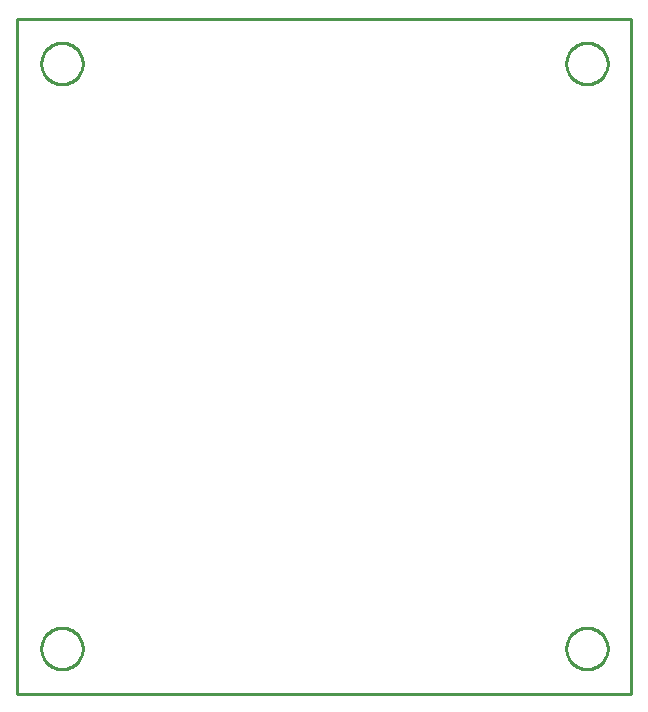
<source format=gbr>
G04 EAGLE Gerber X2 export*
%TF.Part,Single*%
%TF.FileFunction,Profile,NP*%
%TF.FilePolarity,Positive*%
%TF.GenerationSoftware,Autodesk,EAGLE,9.0.1*%
%TF.CreationDate,2018-06-20T13:34:44Z*%
G75*
%MOMM*%
%FSLAX34Y34*%
%LPD*%
%AMOC8*
5,1,8,0,0,1.08239X$1,22.5*%
G01*
%ADD10C,0.254000*%


D10*
X0Y0D02*
X519940Y0D01*
X519940Y571400D01*
X0Y571400D01*
X0Y0D01*
X55601Y37527D02*
X55526Y36384D01*
X55376Y35248D01*
X55153Y34124D01*
X54856Y33017D01*
X54488Y31932D01*
X54049Y30874D01*
X53542Y29846D01*
X52970Y28854D01*
X52333Y27901D01*
X51635Y26992D01*
X50880Y26130D01*
X50070Y25320D01*
X49208Y24565D01*
X48299Y23867D01*
X47346Y23231D01*
X46354Y22658D01*
X45327Y22151D01*
X44268Y21712D01*
X43183Y21344D01*
X42076Y21047D01*
X40952Y20824D01*
X39816Y20674D01*
X38673Y20599D01*
X37527Y20599D01*
X36384Y20674D01*
X35248Y20824D01*
X34124Y21047D01*
X33017Y21344D01*
X31932Y21712D01*
X30874Y22151D01*
X29846Y22658D01*
X28854Y23231D01*
X27901Y23867D01*
X26992Y24565D01*
X26130Y25320D01*
X25320Y26130D01*
X24565Y26992D01*
X23867Y27901D01*
X23231Y28854D01*
X22658Y29846D01*
X22151Y30874D01*
X21712Y31932D01*
X21344Y33017D01*
X21047Y34124D01*
X20824Y35248D01*
X20674Y36384D01*
X20599Y37527D01*
X20599Y38673D01*
X20674Y39816D01*
X20824Y40952D01*
X21047Y42076D01*
X21344Y43183D01*
X21712Y44268D01*
X22151Y45327D01*
X22658Y46354D01*
X23231Y47346D01*
X23867Y48299D01*
X24565Y49208D01*
X25320Y50070D01*
X26130Y50880D01*
X26992Y51635D01*
X27901Y52333D01*
X28854Y52970D01*
X29846Y53542D01*
X30874Y54049D01*
X31932Y54488D01*
X33017Y54856D01*
X34124Y55153D01*
X35248Y55376D01*
X36384Y55526D01*
X37527Y55601D01*
X38673Y55601D01*
X39816Y55526D01*
X40952Y55376D01*
X42076Y55153D01*
X43183Y54856D01*
X44268Y54488D01*
X45327Y54049D01*
X46354Y53542D01*
X47346Y52970D01*
X48299Y52333D01*
X49208Y51635D01*
X50070Y50880D01*
X50880Y50070D01*
X51635Y49208D01*
X52333Y48299D01*
X52970Y47346D01*
X53542Y46354D01*
X54049Y45327D01*
X54488Y44268D01*
X54856Y43183D01*
X55153Y42076D01*
X55376Y40952D01*
X55526Y39816D01*
X55601Y38673D01*
X55601Y37527D01*
X500101Y37527D02*
X500026Y36384D01*
X499876Y35248D01*
X499653Y34124D01*
X499356Y33017D01*
X498988Y31932D01*
X498549Y30874D01*
X498042Y29846D01*
X497470Y28854D01*
X496833Y27901D01*
X496135Y26992D01*
X495380Y26130D01*
X494570Y25320D01*
X493708Y24565D01*
X492799Y23867D01*
X491846Y23231D01*
X490854Y22658D01*
X489827Y22151D01*
X488768Y21712D01*
X487683Y21344D01*
X486576Y21047D01*
X485452Y20824D01*
X484316Y20674D01*
X483173Y20599D01*
X482027Y20599D01*
X480884Y20674D01*
X479748Y20824D01*
X478624Y21047D01*
X477517Y21344D01*
X476432Y21712D01*
X475374Y22151D01*
X474346Y22658D01*
X473354Y23231D01*
X472401Y23867D01*
X471492Y24565D01*
X470630Y25320D01*
X469820Y26130D01*
X469065Y26992D01*
X468367Y27901D01*
X467731Y28854D01*
X467158Y29846D01*
X466651Y30874D01*
X466212Y31932D01*
X465844Y33017D01*
X465547Y34124D01*
X465324Y35248D01*
X465174Y36384D01*
X465099Y37527D01*
X465099Y38673D01*
X465174Y39816D01*
X465324Y40952D01*
X465547Y42076D01*
X465844Y43183D01*
X466212Y44268D01*
X466651Y45327D01*
X467158Y46354D01*
X467731Y47346D01*
X468367Y48299D01*
X469065Y49208D01*
X469820Y50070D01*
X470630Y50880D01*
X471492Y51635D01*
X472401Y52333D01*
X473354Y52970D01*
X474346Y53542D01*
X475374Y54049D01*
X476432Y54488D01*
X477517Y54856D01*
X478624Y55153D01*
X479748Y55376D01*
X480884Y55526D01*
X482027Y55601D01*
X483173Y55601D01*
X484316Y55526D01*
X485452Y55376D01*
X486576Y55153D01*
X487683Y54856D01*
X488768Y54488D01*
X489827Y54049D01*
X490854Y53542D01*
X491846Y52970D01*
X492799Y52333D01*
X493708Y51635D01*
X494570Y50880D01*
X495380Y50070D01*
X496135Y49208D01*
X496833Y48299D01*
X497470Y47346D01*
X498042Y46354D01*
X498549Y45327D01*
X498988Y44268D01*
X499356Y43183D01*
X499653Y42076D01*
X499876Y40952D01*
X500026Y39816D01*
X500101Y38673D01*
X500101Y37527D01*
X55601Y532827D02*
X55526Y531684D01*
X55376Y530548D01*
X55153Y529424D01*
X54856Y528317D01*
X54488Y527232D01*
X54049Y526174D01*
X53542Y525146D01*
X52970Y524154D01*
X52333Y523201D01*
X51635Y522292D01*
X50880Y521430D01*
X50070Y520620D01*
X49208Y519865D01*
X48299Y519167D01*
X47346Y518531D01*
X46354Y517958D01*
X45327Y517451D01*
X44268Y517012D01*
X43183Y516644D01*
X42076Y516347D01*
X40952Y516124D01*
X39816Y515974D01*
X38673Y515899D01*
X37527Y515899D01*
X36384Y515974D01*
X35248Y516124D01*
X34124Y516347D01*
X33017Y516644D01*
X31932Y517012D01*
X30874Y517451D01*
X29846Y517958D01*
X28854Y518531D01*
X27901Y519167D01*
X26992Y519865D01*
X26130Y520620D01*
X25320Y521430D01*
X24565Y522292D01*
X23867Y523201D01*
X23231Y524154D01*
X22658Y525146D01*
X22151Y526174D01*
X21712Y527232D01*
X21344Y528317D01*
X21047Y529424D01*
X20824Y530548D01*
X20674Y531684D01*
X20599Y532827D01*
X20599Y533973D01*
X20674Y535116D01*
X20824Y536252D01*
X21047Y537376D01*
X21344Y538483D01*
X21712Y539568D01*
X22151Y540627D01*
X22658Y541654D01*
X23231Y542646D01*
X23867Y543599D01*
X24565Y544508D01*
X25320Y545370D01*
X26130Y546180D01*
X26992Y546935D01*
X27901Y547633D01*
X28854Y548270D01*
X29846Y548842D01*
X30874Y549349D01*
X31932Y549788D01*
X33017Y550156D01*
X34124Y550453D01*
X35248Y550676D01*
X36384Y550826D01*
X37527Y550901D01*
X38673Y550901D01*
X39816Y550826D01*
X40952Y550676D01*
X42076Y550453D01*
X43183Y550156D01*
X44268Y549788D01*
X45327Y549349D01*
X46354Y548842D01*
X47346Y548270D01*
X48299Y547633D01*
X49208Y546935D01*
X50070Y546180D01*
X50880Y545370D01*
X51635Y544508D01*
X52333Y543599D01*
X52970Y542646D01*
X53542Y541654D01*
X54049Y540627D01*
X54488Y539568D01*
X54856Y538483D01*
X55153Y537376D01*
X55376Y536252D01*
X55526Y535116D01*
X55601Y533973D01*
X55601Y532827D01*
X500101Y532827D02*
X500026Y531684D01*
X499876Y530548D01*
X499653Y529424D01*
X499356Y528317D01*
X498988Y527232D01*
X498549Y526174D01*
X498042Y525146D01*
X497470Y524154D01*
X496833Y523201D01*
X496135Y522292D01*
X495380Y521430D01*
X494570Y520620D01*
X493708Y519865D01*
X492799Y519167D01*
X491846Y518531D01*
X490854Y517958D01*
X489827Y517451D01*
X488768Y517012D01*
X487683Y516644D01*
X486576Y516347D01*
X485452Y516124D01*
X484316Y515974D01*
X483173Y515899D01*
X482027Y515899D01*
X480884Y515974D01*
X479748Y516124D01*
X478624Y516347D01*
X477517Y516644D01*
X476432Y517012D01*
X475374Y517451D01*
X474346Y517958D01*
X473354Y518531D01*
X472401Y519167D01*
X471492Y519865D01*
X470630Y520620D01*
X469820Y521430D01*
X469065Y522292D01*
X468367Y523201D01*
X467731Y524154D01*
X467158Y525146D01*
X466651Y526174D01*
X466212Y527232D01*
X465844Y528317D01*
X465547Y529424D01*
X465324Y530548D01*
X465174Y531684D01*
X465099Y532827D01*
X465099Y533973D01*
X465174Y535116D01*
X465324Y536252D01*
X465547Y537376D01*
X465844Y538483D01*
X466212Y539568D01*
X466651Y540627D01*
X467158Y541654D01*
X467731Y542646D01*
X468367Y543599D01*
X469065Y544508D01*
X469820Y545370D01*
X470630Y546180D01*
X471492Y546935D01*
X472401Y547633D01*
X473354Y548270D01*
X474346Y548842D01*
X475374Y549349D01*
X476432Y549788D01*
X477517Y550156D01*
X478624Y550453D01*
X479748Y550676D01*
X480884Y550826D01*
X482027Y550901D01*
X483173Y550901D01*
X484316Y550826D01*
X485452Y550676D01*
X486576Y550453D01*
X487683Y550156D01*
X488768Y549788D01*
X489827Y549349D01*
X490854Y548842D01*
X491846Y548270D01*
X492799Y547633D01*
X493708Y546935D01*
X494570Y546180D01*
X495380Y545370D01*
X496135Y544508D01*
X496833Y543599D01*
X497470Y542646D01*
X498042Y541654D01*
X498549Y540627D01*
X498988Y539568D01*
X499356Y538483D01*
X499653Y537376D01*
X499876Y536252D01*
X500026Y535116D01*
X500101Y533973D01*
X500101Y532827D01*
X55601Y37527D02*
X55526Y36384D01*
X55376Y35248D01*
X55153Y34124D01*
X54856Y33017D01*
X54488Y31932D01*
X54049Y30874D01*
X53542Y29846D01*
X52970Y28854D01*
X52333Y27901D01*
X51635Y26992D01*
X50880Y26130D01*
X50070Y25320D01*
X49208Y24565D01*
X48299Y23867D01*
X47346Y23231D01*
X46354Y22658D01*
X45327Y22151D01*
X44268Y21712D01*
X43183Y21344D01*
X42076Y21047D01*
X40952Y20824D01*
X39816Y20674D01*
X38673Y20599D01*
X37527Y20599D01*
X36384Y20674D01*
X35248Y20824D01*
X34124Y21047D01*
X33017Y21344D01*
X31932Y21712D01*
X30874Y22151D01*
X29846Y22658D01*
X28854Y23231D01*
X27901Y23867D01*
X26992Y24565D01*
X26130Y25320D01*
X25320Y26130D01*
X24565Y26992D01*
X23867Y27901D01*
X23231Y28854D01*
X22658Y29846D01*
X22151Y30874D01*
X21712Y31932D01*
X21344Y33017D01*
X21047Y34124D01*
X20824Y35248D01*
X20674Y36384D01*
X20599Y37527D01*
X20599Y38673D01*
X20674Y39816D01*
X20824Y40952D01*
X21047Y42076D01*
X21344Y43183D01*
X21712Y44268D01*
X22151Y45327D01*
X22658Y46354D01*
X23231Y47346D01*
X23867Y48299D01*
X24565Y49208D01*
X25320Y50070D01*
X26130Y50880D01*
X26992Y51635D01*
X27901Y52333D01*
X28854Y52970D01*
X29846Y53542D01*
X30874Y54049D01*
X31932Y54488D01*
X33017Y54856D01*
X34124Y55153D01*
X35248Y55376D01*
X36384Y55526D01*
X37527Y55601D01*
X38673Y55601D01*
X39816Y55526D01*
X40952Y55376D01*
X42076Y55153D01*
X43183Y54856D01*
X44268Y54488D01*
X45327Y54049D01*
X46354Y53542D01*
X47346Y52970D01*
X48299Y52333D01*
X49208Y51635D01*
X50070Y50880D01*
X50880Y50070D01*
X51635Y49208D01*
X52333Y48299D01*
X52970Y47346D01*
X53542Y46354D01*
X54049Y45327D01*
X54488Y44268D01*
X54856Y43183D01*
X55153Y42076D01*
X55376Y40952D01*
X55526Y39816D01*
X55601Y38673D01*
X55601Y37527D01*
X500101Y37527D02*
X500026Y36384D01*
X499876Y35248D01*
X499653Y34124D01*
X499356Y33017D01*
X498988Y31932D01*
X498549Y30874D01*
X498042Y29846D01*
X497470Y28854D01*
X496833Y27901D01*
X496135Y26992D01*
X495380Y26130D01*
X494570Y25320D01*
X493708Y24565D01*
X492799Y23867D01*
X491846Y23231D01*
X490854Y22658D01*
X489827Y22151D01*
X488768Y21712D01*
X487683Y21344D01*
X486576Y21047D01*
X485452Y20824D01*
X484316Y20674D01*
X483173Y20599D01*
X482027Y20599D01*
X480884Y20674D01*
X479748Y20824D01*
X478624Y21047D01*
X477517Y21344D01*
X476432Y21712D01*
X475374Y22151D01*
X474346Y22658D01*
X473354Y23231D01*
X472401Y23867D01*
X471492Y24565D01*
X470630Y25320D01*
X469820Y26130D01*
X469065Y26992D01*
X468367Y27901D01*
X467731Y28854D01*
X467158Y29846D01*
X466651Y30874D01*
X466212Y31932D01*
X465844Y33017D01*
X465547Y34124D01*
X465324Y35248D01*
X465174Y36384D01*
X465099Y37527D01*
X465099Y38673D01*
X465174Y39816D01*
X465324Y40952D01*
X465547Y42076D01*
X465844Y43183D01*
X466212Y44268D01*
X466651Y45327D01*
X467158Y46354D01*
X467731Y47346D01*
X468367Y48299D01*
X469065Y49208D01*
X469820Y50070D01*
X470630Y50880D01*
X471492Y51635D01*
X472401Y52333D01*
X473354Y52970D01*
X474346Y53542D01*
X475374Y54049D01*
X476432Y54488D01*
X477517Y54856D01*
X478624Y55153D01*
X479748Y55376D01*
X480884Y55526D01*
X482027Y55601D01*
X483173Y55601D01*
X484316Y55526D01*
X485452Y55376D01*
X486576Y55153D01*
X487683Y54856D01*
X488768Y54488D01*
X489827Y54049D01*
X490854Y53542D01*
X491846Y52970D01*
X492799Y52333D01*
X493708Y51635D01*
X494570Y50880D01*
X495380Y50070D01*
X496135Y49208D01*
X496833Y48299D01*
X497470Y47346D01*
X498042Y46354D01*
X498549Y45327D01*
X498988Y44268D01*
X499356Y43183D01*
X499653Y42076D01*
X499876Y40952D01*
X500026Y39816D01*
X500101Y38673D01*
X500101Y37527D01*
X55601Y532827D02*
X55526Y531684D01*
X55376Y530548D01*
X55153Y529424D01*
X54856Y528317D01*
X54488Y527232D01*
X54049Y526174D01*
X53542Y525146D01*
X52970Y524154D01*
X52333Y523201D01*
X51635Y522292D01*
X50880Y521430D01*
X50070Y520620D01*
X49208Y519865D01*
X48299Y519167D01*
X47346Y518531D01*
X46354Y517958D01*
X45327Y517451D01*
X44268Y517012D01*
X43183Y516644D01*
X42076Y516347D01*
X40952Y516124D01*
X39816Y515974D01*
X38673Y515899D01*
X37527Y515899D01*
X36384Y515974D01*
X35248Y516124D01*
X34124Y516347D01*
X33017Y516644D01*
X31932Y517012D01*
X30874Y517451D01*
X29846Y517958D01*
X28854Y518531D01*
X27901Y519167D01*
X26992Y519865D01*
X26130Y520620D01*
X25320Y521430D01*
X24565Y522292D01*
X23867Y523201D01*
X23231Y524154D01*
X22658Y525146D01*
X22151Y526174D01*
X21712Y527232D01*
X21344Y528317D01*
X21047Y529424D01*
X20824Y530548D01*
X20674Y531684D01*
X20599Y532827D01*
X20599Y533973D01*
X20674Y535116D01*
X20824Y536252D01*
X21047Y537376D01*
X21344Y538483D01*
X21712Y539568D01*
X22151Y540627D01*
X22658Y541654D01*
X23231Y542646D01*
X23867Y543599D01*
X24565Y544508D01*
X25320Y545370D01*
X26130Y546180D01*
X26992Y546935D01*
X27901Y547633D01*
X28854Y548270D01*
X29846Y548842D01*
X30874Y549349D01*
X31932Y549788D01*
X33017Y550156D01*
X34124Y550453D01*
X35248Y550676D01*
X36384Y550826D01*
X37527Y550901D01*
X38673Y550901D01*
X39816Y550826D01*
X40952Y550676D01*
X42076Y550453D01*
X43183Y550156D01*
X44268Y549788D01*
X45327Y549349D01*
X46354Y548842D01*
X47346Y548270D01*
X48299Y547633D01*
X49208Y546935D01*
X50070Y546180D01*
X50880Y545370D01*
X51635Y544508D01*
X52333Y543599D01*
X52970Y542646D01*
X53542Y541654D01*
X54049Y540627D01*
X54488Y539568D01*
X54856Y538483D01*
X55153Y537376D01*
X55376Y536252D01*
X55526Y535116D01*
X55601Y533973D01*
X55601Y532827D01*
X500101Y532827D02*
X500026Y531684D01*
X499876Y530548D01*
X499653Y529424D01*
X499356Y528317D01*
X498988Y527232D01*
X498549Y526174D01*
X498042Y525146D01*
X497470Y524154D01*
X496833Y523201D01*
X496135Y522292D01*
X495380Y521430D01*
X494570Y520620D01*
X493708Y519865D01*
X492799Y519167D01*
X491846Y518531D01*
X490854Y517958D01*
X489827Y517451D01*
X488768Y517012D01*
X487683Y516644D01*
X486576Y516347D01*
X485452Y516124D01*
X484316Y515974D01*
X483173Y515899D01*
X482027Y515899D01*
X480884Y515974D01*
X479748Y516124D01*
X478624Y516347D01*
X477517Y516644D01*
X476432Y517012D01*
X475374Y517451D01*
X474346Y517958D01*
X473354Y518531D01*
X472401Y519167D01*
X471492Y519865D01*
X470630Y520620D01*
X469820Y521430D01*
X469065Y522292D01*
X468367Y523201D01*
X467731Y524154D01*
X467158Y525146D01*
X466651Y526174D01*
X466212Y527232D01*
X465844Y528317D01*
X465547Y529424D01*
X465324Y530548D01*
X465174Y531684D01*
X465099Y532827D01*
X465099Y533973D01*
X465174Y535116D01*
X465324Y536252D01*
X465547Y537376D01*
X465844Y538483D01*
X466212Y539568D01*
X466651Y540627D01*
X467158Y541654D01*
X467731Y542646D01*
X468367Y543599D01*
X469065Y544508D01*
X469820Y545370D01*
X470630Y546180D01*
X471492Y546935D01*
X472401Y547633D01*
X473354Y548270D01*
X474346Y548842D01*
X475374Y549349D01*
X476432Y549788D01*
X477517Y550156D01*
X478624Y550453D01*
X479748Y550676D01*
X480884Y550826D01*
X482027Y550901D01*
X483173Y550901D01*
X484316Y550826D01*
X485452Y550676D01*
X486576Y550453D01*
X487683Y550156D01*
X488768Y549788D01*
X489827Y549349D01*
X490854Y548842D01*
X491846Y548270D01*
X492799Y547633D01*
X493708Y546935D01*
X494570Y546180D01*
X495380Y545370D01*
X496135Y544508D01*
X496833Y543599D01*
X497470Y542646D01*
X498042Y541654D01*
X498549Y540627D01*
X498988Y539568D01*
X499356Y538483D01*
X499653Y537376D01*
X499876Y536252D01*
X500026Y535116D01*
X500101Y533973D01*
X500101Y532827D01*
M02*

</source>
